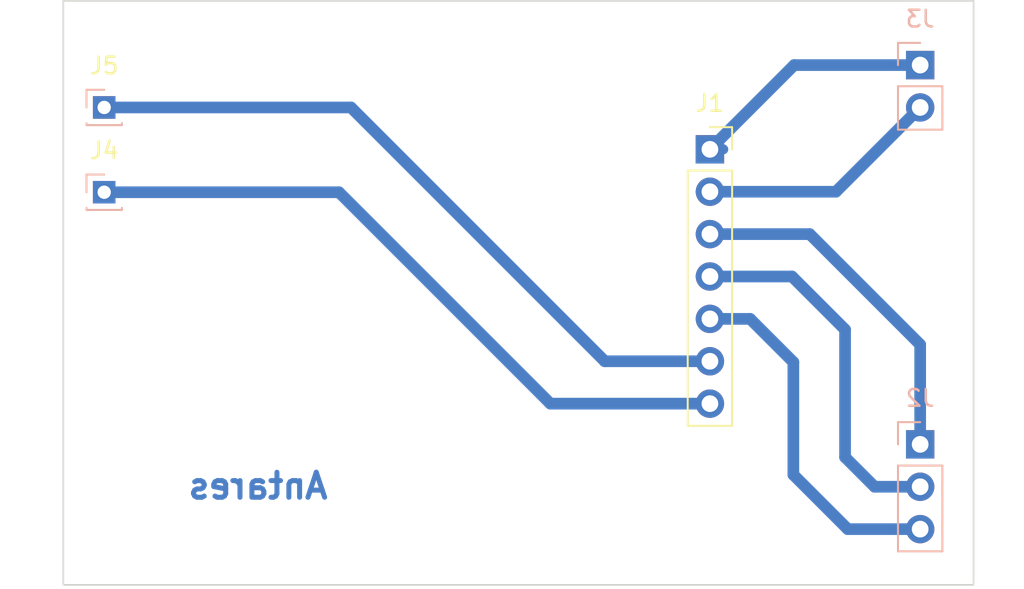
<source format=kicad_pcb>
(kicad_pcb (version 20221018) (generator pcbnew)
  (layers (0 "F.Cu" signal) (31 "B.Cu" signal) (34 "B.Paste" user) (35 "F.Paste" user) (36 "B.SilkS" user "B.Silkscreen") (37 "F.SilkS" user "F.Silkscreen") (38 "B.Mask" user) (39 "F.Mask" user) (44 "Edge.Cuts" user))
  (net 0 "")
  (net 1 "/M0")
  (net 2 "/M1")
  (net 3 "/RXD")
  (net 4 "/TXD")
  (net 5 "/AUX")
  (net 6 "VCC")
  (net 7 "GND")
  (footprint "Connector_PinSocket_2.54mm:PinSocket_1x07_P2.54mm_Vertical" (layer "F.Cu") (at 135.4 43.05)
    (fp_text reference "J1" (at 0 -2.77) (layer "F.SilkS"))
    (fp_text value "Conn_01x07_Socket")
    (fp_line (start -1.33 1.27) (end -1.33 16.57) (stroke (width 0.12)) (layer "F.SilkS"))
    (fp_line (start -1.33 1.27) (end 1.33 1.27) (stroke (width 0.12)) (layer "F.SilkS"))
    (fp_line (start -1.33 16.57) (end 1.33 16.57) (stroke (width 0.12)) (layer "F.SilkS"))
    (fp_line (start 0 -1.33) (end 1.33 -1.33) (stroke (width 0.12)) (layer "F.SilkS"))
    (fp_line (start 1.33 -1.33) (end 1.33 0) (stroke (width 0.12)) (layer "F.SilkS"))
    (fp_line (start 1.33 1.27) (end 1.33 16.57) (stroke (width 0.12)) (layer "F.SilkS"))
    (pad "1" thru_hole rect (at 0 0) (size 1.7 1.7) (drill 1) (layers "*.Cu" "*.Mask") (net 1 "/M0"))
    (pad "2" thru_hole oval (at 0 2.54) (size 1.7 1.7) (drill 1) (layers "*.Cu" "*.Mask") (net 2 "/M1"))
    (pad "3" thru_hole oval (at 0 5.08) (size 1.7 1.7) (drill 1) (layers "*.Cu" "*.Mask") (net 3 "/RXD"))
    (pad "4" thru_hole oval (at 0 7.62) (size 1.7 1.7) (drill 1) (layers "*.Cu" "*.Mask") (net 4 "/TXD"))
    (pad "5" thru_hole oval (at 0 10.16) (size 1.7 1.7) (drill 1) (layers "*.Cu" "*.Mask") (net 5 "/AUX"))
    (pad "6" thru_hole oval (at 0 12.7) (size 1.7 1.7) (drill 1) (layers "*.Cu" "*.Mask") (net 6 "VCC"))
    (pad "7" thru_hole oval (at 0 15.24) (size 1.7 1.7) (drill 1) (layers "*.Cu" "*.Mask") (net 7 "GND"))
  )
  (footprint "Connector_PinSocket_2.54mm:PinSocket_1x02_P2.54mm_Vertical" (layer "B.Cu") (at 148 38 180)
    (fp_text reference "J3" (at 0 2.77) (layer "B.SilkS") (effects (justify mirror)))
    (fp_text value "Conn_01x02_Pin")
    (fp_line (start -1.33 -3.87) (end 1.33 -3.87) (stroke (width 0.12)) (layer "B.SilkS"))
    (fp_line (start -1.33 -1.27) (end -1.33 -3.87) (stroke (width 0.12)) (layer "B.SilkS"))
    (fp_line (start -1.33 -1.27) (end 1.33 -1.27) (stroke (width 0.12)) (layer "B.SilkS"))
    (fp_line (start 0 1.33) (end 1.33 1.33) (stroke (width 0.12)) (layer "B.SilkS"))
    (fp_line (start 1.33 -1.27) (end 1.33 -3.87) (stroke (width 0.12)) (layer "B.SilkS"))
    (fp_line (start 1.33 1.33) (end 1.33 0) (stroke (width 0.12)) (layer "B.SilkS"))
    (pad "1" thru_hole rect (at 0 0 180) (size 1.7 1.7) (drill 1) (layers "*.Cu" "*.Mask") (net 1 "/M0"))
    (pad "2" thru_hole oval (at 0 -2.54 180) (size 1.7 1.7) (drill 1) (layers "*.Cu" "*.Mask") (net 2 "/M1"))
  )
  (footprint "Connector_PinSocket_2.54mm:PinSocket_1x03_P2.54mm_Vertical" (layer "B.Cu") (at 148 60.73 180)
    (fp_text reference "J2" (at 0 2.77) (layer "B.SilkS") (effects (justify mirror)))
    (fp_text value "Conn_01x03_Pin")
    (fp_line (start -1.33 -6.41) (end 1.33 -6.41) (stroke (width 0.12)) (layer "B.SilkS"))
    (fp_line (start -1.33 -1.27) (end -1.33 -6.41) (stroke (width 0.12)) (layer "B.SilkS"))
    (fp_line (start -1.33 -1.27) (end 1.33 -1.27) (stroke (width 0.12)) (layer "B.SilkS"))
    (fp_line (start 0 1.33) (end 1.33 1.33) (stroke (width 0.12)) (layer "B.SilkS"))
    (fp_line (start 1.33 -1.27) (end 1.33 -6.41) (stroke (width 0.12)) (layer "B.SilkS"))
    (fp_line (start 1.33 1.33) (end 1.33 0) (stroke (width 0.12)) (layer "B.SilkS"))
    (pad "1" thru_hole rect (at 0 0 180) (size 1.7 1.7) (drill 1) (layers "*.Cu" "*.Mask") (net 3 "/RXD"))
    (pad "2" thru_hole oval (at 0 -2.54 180) (size 1.7 1.7) (drill 1) (layers "*.Cu" "*.Mask") (net 4 "/TXD"))
    (pad "3" thru_hole oval (at 0 -5.08 180) (size 1.7 1.7) (drill 1) (layers "*.Cu" "*.Mask") (net 5 "/AUX"))
  )
  (footprint "Connector_PinSocket_2.00mm:PinSocket_1x01_P2.00mm_Vertical" (layer "B.Cu") (at 99.1 40.54 180)
    (fp_text reference "J5" (at 0 2.5) (layer "F.SilkS"))
    (fp_text value "Conn_01x01_Pin")
    (fp_line (start -1.06 -1.06) (end 1.06 -1.06) (stroke (width 0.12)) (layer "B.SilkS"))
    (fp_line (start -1.06 -0.94) (end -1.06 -1.06) (stroke (width 0.12)) (layer "B.SilkS"))
    (fp_line (start 0 1.06) (end 1.06 1.06) (stroke (width 0.12)) (layer "B.SilkS"))
    (fp_line (start 1.06 -0.94) (end 1.06 -1.06) (stroke (width 0.12)) (layer "B.SilkS"))
    (fp_line (start 1.06 1.06) (end 1.06 0) (stroke (width 0.12)) (layer "B.SilkS"))
    (pad "1" thru_hole rect (at 0 0 180) (size 1.35 1.35) (drill 0.8) (layers "*.Cu" "*.Mask") (net 6 "VCC"))
  )
  (footprint "Connector_PinSocket_2.00mm:PinSocket_1x01_P2.00mm_Vertical" (layer "B.Cu") (at 99.1 45.62 180)
    (fp_text reference "J4" (at 0 2.5) (layer "F.SilkS"))
    (fp_text value "Conn_01x01_Pin")
    (fp_line (start -1.06 -1.06) (end 1.06 -1.06) (stroke (width 0.12)) (layer "B.SilkS"))
    (fp_line (start -1.06 -0.94) (end -1.06 -1.06) (stroke (width 0.12)) (layer "B.SilkS"))
    (fp_line (start 0 1.06) (end 1.06 1.06) (stroke (width 0.12)) (layer "B.SilkS"))
    (fp_line (start 1.06 -0.94) (end 1.06 -1.06) (stroke (width 0.12)) (layer "B.SilkS"))
    (fp_line (start 1.06 1.06) (end 1.06 0) (stroke (width 0.12)) (layer "B.SilkS"))
    (pad "1" thru_hole rect (at 0 0 180) (size 1.35 1.35) (drill 0.8) (layers "*.Cu" "*.Mask") (net 7 "GND"))
  )
  (gr_rect (start 96.65 34.15) (end 151.2 69.15) (stroke (width 0.1)) (fill none) (layer "Edge.Cuts"))
  (gr_text "Antares" (at 112.65 64.1) (layer "B.Cu") (effects (font (size 1.5 1.5) (thickness 0.3) bold) (justify left bottom mirror)))
  (segment (start 136.2 43.05) (end 135.4 43.05) (width 0.6) (layer "B.Cu") (net 1))
  (segment (start 148 38) (end 140.45 38) (width 0.7) (layer "B.Cu") (net 1))
  (segment (start 140.45 38) (end 135.4 43.05) (width 0.7) (layer "B.Cu") (net 1))
  (segment (start 148 40.54) (end 142.95 45.59) (width 0.7) (layer "B.Cu") (net 2))
  (segment (start 142.95 45.59) (end 135.4 45.59) (width 0.7) (layer "B.Cu") (net 2))
  (segment (start 148 54.75) (end 148 60.73) (width 0.7) (layer "B.Cu") (net 3))
  (segment (start 135.4 48.13) (end 141.38 48.13) (width 0.7) (layer "B.Cu") (net 3))
  (segment (start 141.38 48.13) (end 148 54.75) (width 0.7) (layer "B.Cu") (net 3))
  (segment (start 143.5 53.85) (end 143.5 61.5) (width 0.7) (layer "B.Cu") (net 4))
  (segment (start 145.27 63.27) (end 148 63.27) (width 0.7) (layer "B.Cu") (net 4))
  (segment (start 140.32 50.67) (end 143.5 53.85) (width 0.7) (layer "B.Cu") (net 4))
  (segment (start 143.5 61.5) (end 145.27 63.27) (width 0.7) (layer "B.Cu") (net 4))
  (segment (start 135.4 50.67) (end 140.32 50.67) (width 0.7) (layer "B.Cu") (net 4))
  (segment (start 148 65.81) (end 143.66 65.81) (width 0.7) (layer "B.Cu") (net 5))
  (segment (start 143.66 65.81) (end 140.4 62.55) (width 0.7) (layer "B.Cu") (net 5))
  (segment (start 140.4 55.8) (end 137.81 53.21) (width 0.7) (layer "B.Cu") (net 5))
  (segment (start 137.81 53.21) (end 135.4 53.21) (width 0.7) (layer "B.Cu") (net 5))
  (segment (start 140.4 62.55) (end 140.4 55.8) (width 0.7) (layer "B.Cu") (net 5))
  (segment (start 129.1 55.75) (end 135.4 55.75) (width 0.7) (layer "B.Cu") (net 6))
  (segment (start 99.1 40.54) (end 113.89 40.54) (width 0.7) (layer "B.Cu") (net 6))
  (segment (start 113.89 40.54) (end 129.1 55.75) (width 0.7) (layer "B.Cu") (net 6))
  (segment (start 125.84 58.29) (end 135.4 58.29) (width 0.7) (layer "B.Cu") (net 7))
  (segment (start 113.17 45.62) (end 125.84 58.29) (width 0.7) (layer "B.Cu") (net 7))
  (segment (start 99.1 45.62) (end 113.17 45.62) (width 0.7) (layer "B.Cu") (net 7))
)
</source>
